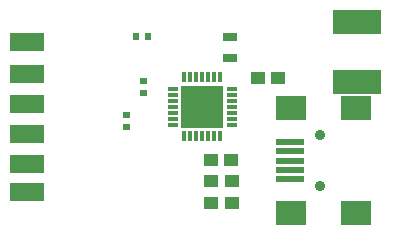
<source format=gbs>
G04 DipTrace Beta 2.3.5.2*
%INBrolemetry.GBS*%
%MOIN*%
%ADD22R,0.0472X0.0315*%
%ADD23R,0.1181X0.063*%
%ADD36C,0.0354*%
%ADD40R,0.1024X0.0827*%
%ADD42R,0.0946X0.0237*%
%ADD44R,0.1418X0.1418*%
%ADD46O,0.0158X0.0375*%
%ADD48O,0.0375X0.0158*%
%ADD56R,0.0473X0.0434*%
%FSLAX44Y44*%
G04*
G70*
G90*
G75*
G01*
%LNBotMask*%
%LPD*%
D56*
X8438Y5125D3*
X9107D3*
X7562Y938D3*
X6893D3*
X7562Y1688D3*
X6893D3*
D22*
X7500Y6500D3*
Y5791D3*
G36*
X10950Y5400D2*
Y4600D1*
X12550D1*
Y5400D1*
X10950D1*
G37*
G36*
Y7400D2*
Y6600D1*
X12550D1*
Y7400D1*
X10950D1*
G37*
D23*
X750Y4250D3*
Y2250D3*
Y3250D3*
Y5250D3*
Y6310D3*
Y1310D3*
G36*
X4743Y4723D2*
Y4527D1*
X4507D1*
Y4723D1*
X4743D1*
G37*
G36*
Y5117D2*
Y4920D1*
X4507D1*
Y5117D1*
X4743D1*
G37*
G36*
X4181Y3598D2*
Y3402D1*
X3944D1*
Y3598D1*
X4181D1*
G37*
G36*
Y3992D2*
Y3795D1*
X3944D1*
Y3992D1*
X4181D1*
G37*
G36*
X4473Y6382D2*
X4277D1*
Y6618D1*
X4473D1*
Y6382D1*
G37*
G36*
X4867D2*
X4670D1*
Y6618D1*
X4867D1*
Y6382D1*
G37*
D56*
X6875Y2375D3*
X7544D3*
D48*
X7562Y4750D3*
Y4553D3*
Y4356D3*
Y4159D3*
Y3963D3*
Y3766D3*
Y3569D3*
D46*
X7169Y3175D3*
X6972D3*
X6775D3*
X6578D3*
X6381D3*
X6185D3*
X5988D3*
D48*
X5594Y3569D3*
Y3766D3*
Y3963D3*
Y4159D3*
Y4356D3*
Y4553D3*
Y4750D3*
D46*
X5988Y5144D3*
X6185D3*
X6381D3*
X6578D3*
X6775D3*
X6972D3*
X7169D3*
D44*
X6578Y4159D3*
D42*
X9500Y3000D3*
Y2685D3*
Y2370D3*
Y2055D3*
Y1740D3*
D40*
X9539Y4122D3*
Y618D3*
X11705Y4122D3*
Y618D3*
D36*
X10524Y3236D3*
Y1504D3*
M02*

</source>
